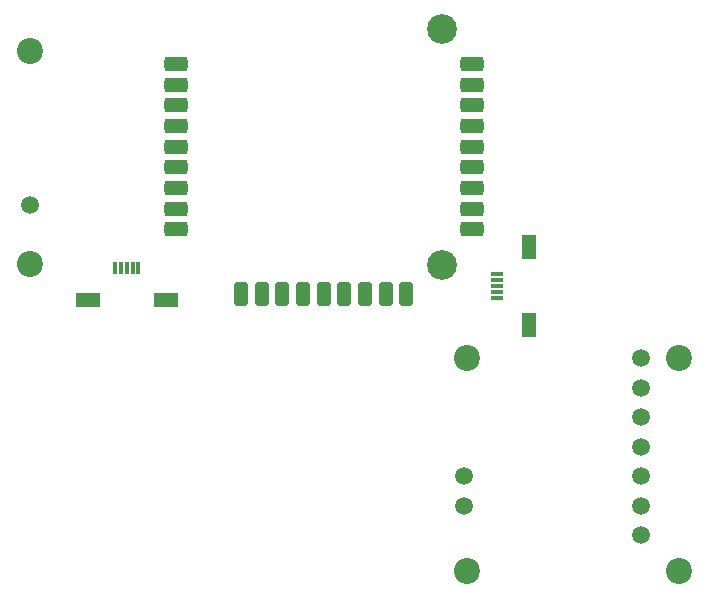
<source format=gbr>
%TF.GenerationSoftware,KiCad,Pcbnew,(6.0.5)*%
%TF.CreationDate,2022-06-15T00:03:33-05:00*%
%TF.ProjectId,GBOYFrontController,47424f59-4672-46f6-9e74-436f6e74726f,rev?*%
%TF.SameCoordinates,Original*%
%TF.FileFunction,Soldermask,Top*%
%TF.FilePolarity,Negative*%
%FSLAX46Y46*%
G04 Gerber Fmt 4.6, Leading zero omitted, Abs format (unit mm)*
G04 Created by KiCad (PCBNEW (6.0.5)) date 2022-06-15 00:03:33*
%MOMM*%
%LPD*%
G01*
G04 APERTURE LIST*
G04 Aperture macros list*
%AMRoundRect*
0 Rectangle with rounded corners*
0 $1 Rounding radius*
0 $2 $3 $4 $5 $6 $7 $8 $9 X,Y pos of 4 corners*
0 Add a 4 corners polygon primitive as box body*
4,1,4,$2,$3,$4,$5,$6,$7,$8,$9,$2,$3,0*
0 Add four circle primitives for the rounded corners*
1,1,$1+$1,$2,$3*
1,1,$1+$1,$4,$5*
1,1,$1+$1,$6,$7*
1,1,$1+$1,$8,$9*
0 Add four rect primitives between the rounded corners*
20,1,$1+$1,$2,$3,$4,$5,0*
20,1,$1+$1,$4,$5,$6,$7,0*
20,1,$1+$1,$6,$7,$8,$9,0*
20,1,$1+$1,$8,$9,$2,$3,0*%
G04 Aperture macros list end*
%ADD10C,2.200000*%
%ADD11R,1.000000X0.300000*%
%ADD12R,1.300000X2.000000*%
%ADD13R,0.300000X1.000000*%
%ADD14R,2.000000X1.300000*%
%ADD15C,1.500000*%
%ADD16C,2.520000*%
%ADD17RoundRect,0.312500X0.687500X0.312500X-0.687500X0.312500X-0.687500X-0.312500X0.687500X-0.312500X0*%
%ADD18RoundRect,0.312500X-0.312500X0.687500X-0.312500X-0.687500X0.312500X-0.687500X0.312500X0.687500X0*%
G04 APERTURE END LIST*
D10*
%TO.C,H1*%
X52500000Y-129500000D03*
%TD*%
%TO.C,H3*%
X52500000Y-147500000D03*
%TD*%
%TO.C,H6*%
X15500000Y-121500000D03*
%TD*%
D11*
%TO.C,J1*%
X55090000Y-124410000D03*
X55090000Y-123910000D03*
X55090000Y-123410000D03*
X55090000Y-122910000D03*
X55090000Y-122410000D03*
D12*
X57790000Y-126710000D03*
X57790000Y-120110000D03*
%TD*%
D13*
%TO.C,J2*%
X22690000Y-121860000D03*
X23190000Y-121860000D03*
X23690000Y-121860000D03*
X24190000Y-121860000D03*
X24690000Y-121860000D03*
D14*
X20390000Y-124560000D03*
X26990000Y-124560000D03*
%TD*%
D15*
%TO.C,TP1*%
X15500000Y-116500000D03*
%TD*%
%TO.C,TP2*%
X67250000Y-144500000D03*
%TD*%
%TO.C,TP3*%
X67250000Y-142000000D03*
%TD*%
%TO.C,TP5*%
X67250000Y-137000000D03*
%TD*%
%TO.C,TP6*%
X67250000Y-132000000D03*
%TD*%
%TO.C,TP8*%
X67250000Y-134500000D03*
%TD*%
D10*
%TO.C,H2*%
X70500000Y-129500000D03*
%TD*%
%TO.C,H4*%
X70500000Y-147500000D03*
%TD*%
D16*
%TO.C,U1*%
X50390000Y-101610000D03*
X50390000Y-121610000D03*
D17*
X52890000Y-118600000D03*
X52890000Y-116850000D03*
X52890000Y-115100000D03*
X52890000Y-113350000D03*
X52890000Y-111600000D03*
X52890000Y-109850000D03*
X52890000Y-108100000D03*
X52890000Y-106350000D03*
X52890000Y-104600000D03*
D18*
X40380000Y-124110000D03*
X38630000Y-124110000D03*
D17*
X27890000Y-104600000D03*
X27890000Y-106350000D03*
X27890000Y-108100000D03*
X27890000Y-109850000D03*
X27890000Y-111600000D03*
X27890000Y-113350000D03*
X27890000Y-115100000D03*
X27890000Y-116850000D03*
X27890000Y-118600000D03*
D18*
X33380000Y-124110000D03*
X35130000Y-124110000D03*
X36880000Y-124110000D03*
X42130000Y-124110000D03*
X43880000Y-124110000D03*
X45630000Y-124110000D03*
X47380000Y-124110000D03*
%TD*%
D15*
%TO.C,TP7*%
X67250000Y-129500000D03*
%TD*%
%TO.C,TP10*%
X52250000Y-139500000D03*
%TD*%
%TO.C,TP4*%
X67250000Y-139500000D03*
%TD*%
%TO.C,TP9*%
X52250000Y-142000000D03*
%TD*%
D10*
%TO.C,H5*%
X15500000Y-103500000D03*
%TD*%
M02*

</source>
